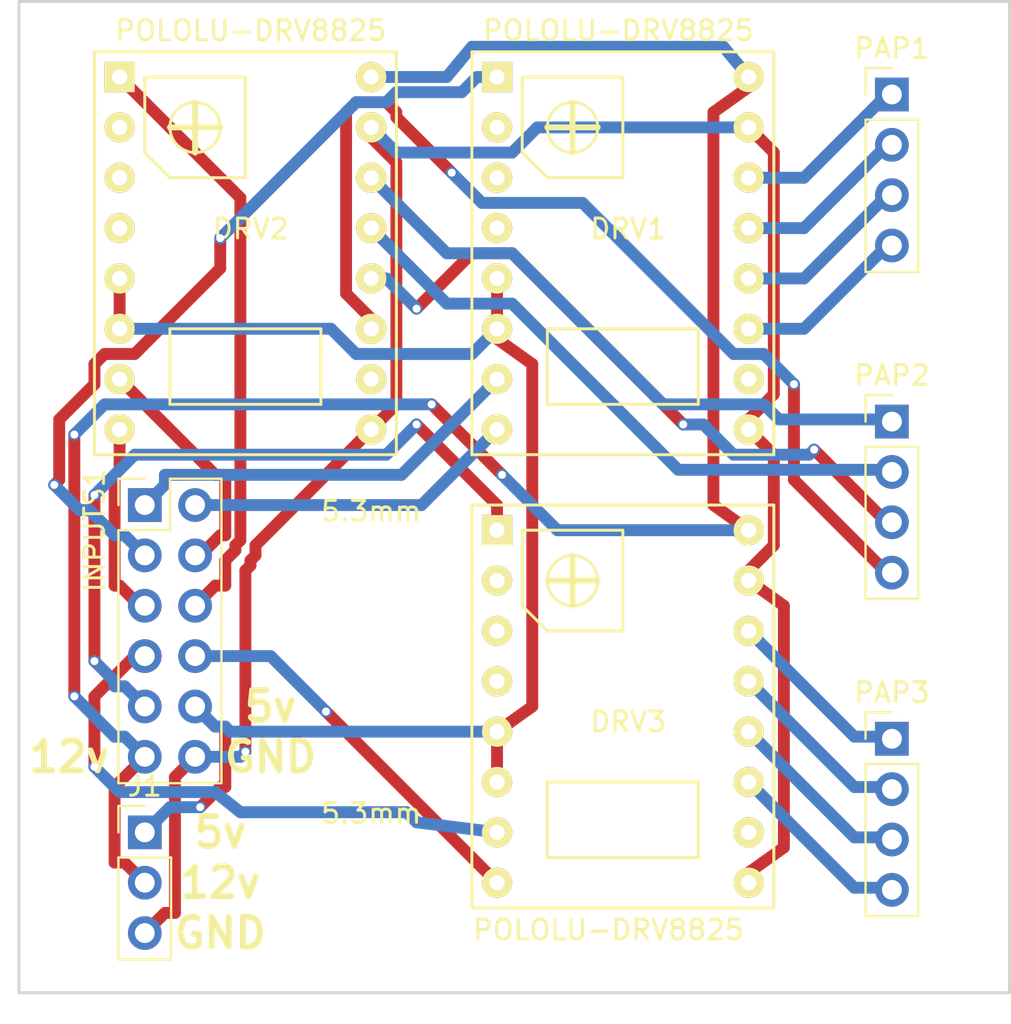
<source format=kicad_pcb>
(kicad_pcb (version 4) (host pcbnew 4.0.7)

  (general
    (links 39)
    (no_connects 0)
    (area 108.204 83.566 159.512 135.636)
    (thickness 1.6)
    (drawings 10)
    (tracks 227)
    (zones 0)
    (modules 10)
    (nets 37)
  )

  (page A4)
  (layers
    (0 F.Cu signal)
    (31 B.Cu signal)
    (32 B.Adhes user)
    (33 F.Adhes user)
    (34 B.Paste user)
    (35 F.Paste user)
    (36 B.SilkS user)
    (37 F.SilkS user)
    (38 B.Mask user)
    (39 F.Mask user)
    (40 Dwgs.User user)
    (41 Cmts.User user)
    (42 Eco1.User user)
    (43 Eco2.User user)
    (44 Edge.Cuts user)
    (45 Margin user)
    (46 B.CrtYd user)
    (47 F.CrtYd user)
    (48 B.Fab user)
    (49 F.Fab user)
  )

  (setup
    (last_trace_width 0.6)
    (trace_clearance 0.15)
    (zone_clearance 0.508)
    (zone_45_only no)
    (trace_min 0.2)
    (segment_width 0.2)
    (edge_width 0.15)
    (via_size 0.6)
    (via_drill 0.4)
    (via_min_size 0.4)
    (via_min_drill 0.3)
    (uvia_size 0.3)
    (uvia_drill 0.1)
    (uvias_allowed no)
    (uvia_min_size 0.2)
    (uvia_min_drill 0.1)
    (pcb_text_width 0.3)
    (pcb_text_size 1.5 1.5)
    (mod_edge_width 0.15)
    (mod_text_size 1 1)
    (mod_text_width 0.15)
    (pad_size 1.524 1.524)
    (pad_drill 0.762)
    (pad_to_mask_clearance 0.2)
    (aux_axis_origin 109.22 83.82)
    (grid_origin 17.78 16.51)
    (visible_elements 7FFFFFFF)
    (pcbplotparams
      (layerselection 0x01030_80000001)
      (usegerberextensions false)
      (excludeedgelayer true)
      (linewidth 0.100000)
      (plotframeref false)
      (viasonmask false)
      (mode 1)
      (useauxorigin false)
      (hpglpennumber 1)
      (hpglpenspeed 20)
      (hpglpendiameter 15)
      (hpglpenoverlay 2)
      (psnegative false)
      (psa4output false)
      (plotreference true)
      (plotvalue true)
      (plotinvisibletext false)
      (padsonsilk true)
      (subtractmaskfromsilk false)
      (outputformat 1)
      (mirror false)
      (drillshape 0)
      (scaleselection 1)
      (outputdirectory Gerber/))
  )

  (net 0 "")
  (net 1 "Net-(DRV1-Pad1)")
  (net 2 "Net-(DRV1-Pad2)")
  (net 3 "Net-(DRV1-Pad3)")
  (net 4 "Net-(DRV1-Pad4)")
  (net 5 "Net-(DRV1-Pad7)")
  (net 6 "Net-(DRV1-Pad8)")
  (net 7 "Net-(DRV1-Pad10)")
  (net 8 "Net-(DRV1-Pad11)")
  (net 9 "Net-(DRV1-Pad12)")
  (net 10 "Net-(DRV1-Pad13)")
  (net 11 "Net-(DRV1-Pad14)")
  (net 12 "Net-(DRV2-Pad1)")
  (net 13 "Net-(DRV2-Pad2)")
  (net 14 "Net-(DRV2-Pad3)")
  (net 15 "Net-(DRV2-Pad4)")
  (net 16 "Net-(DRV2-Pad7)")
  (net 17 "Net-(DRV2-Pad8)")
  (net 18 "Net-(DRV2-Pad10)")
  (net 19 "Net-(DRV2-Pad11)")
  (net 20 "Net-(DRV2-Pad12)")
  (net 21 "Net-(DRV2-Pad13)")
  (net 22 "Net-(DRV2-Pad14)")
  (net 23 "Net-(DRV3-Pad1)")
  (net 24 "Net-(DRV3-Pad2)")
  (net 25 "Net-(DRV3-Pad3)")
  (net 26 "Net-(DRV3-Pad4)")
  (net 27 "Net-(DRV3-Pad7)")
  (net 28 "Net-(DRV3-Pad8)")
  (net 29 "Net-(DRV3-Pad10)")
  (net 30 "Net-(DRV3-Pad11)")
  (net 31 "Net-(DRV3-Pad12)")
  (net 32 "Net-(DRV3-Pad13)")
  (net 33 "Net-(DRV3-Pad14)")
  (net 34 +5V)
  (net 35 GND)
  (net 36 +12V)

  (net_class Default "Esta es la clase de red por defecto."
    (clearance 0.15)
    (trace_width 0.6)
    (via_dia 0.6)
    (via_drill 0.4)
    (uvia_dia 0.3)
    (uvia_drill 0.1)
    (add_net +12V)
    (add_net +5V)
    (add_net GND)
    (add_net "Net-(DRV1-Pad1)")
    (add_net "Net-(DRV1-Pad10)")
    (add_net "Net-(DRV1-Pad11)")
    (add_net "Net-(DRV1-Pad12)")
    (add_net "Net-(DRV1-Pad13)")
    (add_net "Net-(DRV1-Pad14)")
    (add_net "Net-(DRV1-Pad2)")
    (add_net "Net-(DRV1-Pad3)")
    (add_net "Net-(DRV1-Pad4)")
    (add_net "Net-(DRV1-Pad7)")
    (add_net "Net-(DRV1-Pad8)")
    (add_net "Net-(DRV2-Pad1)")
    (add_net "Net-(DRV2-Pad10)")
    (add_net "Net-(DRV2-Pad11)")
    (add_net "Net-(DRV2-Pad12)")
    (add_net "Net-(DRV2-Pad13)")
    (add_net "Net-(DRV2-Pad14)")
    (add_net "Net-(DRV2-Pad2)")
    (add_net "Net-(DRV2-Pad3)")
    (add_net "Net-(DRV2-Pad4)")
    (add_net "Net-(DRV2-Pad7)")
    (add_net "Net-(DRV2-Pad8)")
    (add_net "Net-(DRV3-Pad1)")
    (add_net "Net-(DRV3-Pad10)")
    (add_net "Net-(DRV3-Pad11)")
    (add_net "Net-(DRV3-Pad12)")
    (add_net "Net-(DRV3-Pad13)")
    (add_net "Net-(DRV3-Pad14)")
    (add_net "Net-(DRV3-Pad2)")
    (add_net "Net-(DRV3-Pad3)")
    (add_net "Net-(DRV3-Pad4)")
    (add_net "Net-(DRV3-Pad7)")
    (add_net "Net-(DRV3-Pad8)")
  )

  (module POLOLU-DRV8825:POLOLU-DRV8825 (layer F.Cu) (tedit 5BAD7328) (tstamp 5BAD3AD6)
    (at 140.97 97.79)
    (path /5BAEBAC1)
    (fp_text reference DRV1 (at -1 -2.5) (layer F.SilkS)
      (effects (font (size 1 1) (thickness 0.15)))
    )
    (fp_text value POLOLU-DRV8825 (at -1.5 -12.5) (layer F.SilkS)
      (effects (font (size 1 1) (thickness 0.15)))
    )
    (fp_circle (center -3.81 -7.62) (end -2.54 -7.62) (layer F.SilkS) (width 0.15))
    (fp_line (start -6.35 -10.16) (end -1.27 -10.16) (layer F.SilkS) (width 0.15))
    (fp_line (start -1.27 -10.16) (end -1.27 -5.08) (layer F.SilkS) (width 0.15))
    (fp_line (start -1.27 -5.08) (end -5.08 -5.08) (layer F.SilkS) (width 0.15))
    (fp_line (start -5.08 -5.08) (end -6.35 -6.35) (layer F.SilkS) (width 0.15))
    (fp_line (start -6.35 -6.35) (end -6.35 -10.16) (layer F.SilkS) (width 0.15))
    (fp_line (start -5.08 -7.62) (end -2.54 -7.62) (layer F.SilkS) (width 0.3))
    (fp_line (start -3.81 -8.89) (end -3.81 -6.35) (layer F.SilkS) (width 0.3))
    (fp_line (start -5.08 2.54) (end 2.54 2.54) (layer F.SilkS) (width 0.15))
    (fp_line (start 2.54 2.54) (end 2.54 6.35) (layer F.SilkS) (width 0.15))
    (fp_line (start 2.54 6.35) (end -5.08 6.35) (layer F.SilkS) (width 0.15))
    (fp_line (start -5.08 6.35) (end -5.08 2.54) (layer F.SilkS) (width 0.15))
    (fp_line (start -8.89 -11.43) (end 6.35 -11.43) (layer F.SilkS) (width 0.15))
    (fp_line (start 6.35 -11.43) (end 6.35 8.89) (layer F.SilkS) (width 0.15))
    (fp_line (start 6.35 8.89) (end -8.89 8.89) (layer F.SilkS) (width 0.15))
    (fp_line (start -8.89 8.89) (end -8.89 -11.43) (layer F.SilkS) (width 0.15))
    (pad 1 thru_hole rect (at -7.62 -10.16) (size 1.524 1.524) (drill 0.762) (layers *.Cu *.Mask F.SilkS)
      (net 1 "Net-(DRV1-Pad1)"))
    (pad 2 thru_hole circle (at -7.62 -7.62) (size 1.524 1.524) (drill 0.762) (layers *.Cu *.Mask F.SilkS)
      (net 2 "Net-(DRV1-Pad2)"))
    (pad 3 thru_hole circle (at -7.62 -5.08) (size 1.524 1.524) (drill 0.762) (layers *.Cu *.Mask F.SilkS)
      (net 3 "Net-(DRV1-Pad3)"))
    (pad 4 thru_hole circle (at -7.62 -2.54) (size 1.524 1.524) (drill 0.762) (layers *.Cu *.Mask F.SilkS)
      (net 4 "Net-(DRV1-Pad4)"))
    (pad 5 thru_hole circle (at -7.62 0) (size 1.524 1.524) (drill 0.762) (layers *.Cu *.Mask F.SilkS)
      (net 34 +5V))
    (pad 6 thru_hole circle (at -7.62 2.54) (size 1.524 1.524) (drill 0.762) (layers *.Cu *.Mask F.SilkS)
      (net 34 +5V))
    (pad 7 thru_hole circle (at -7.62 5.08) (size 1.524 1.524) (drill 0.762) (layers *.Cu *.Mask F.SilkS)
      (net 5 "Net-(DRV1-Pad7)"))
    (pad 8 thru_hole circle (at -7.62 7.62) (size 1.524 1.524) (drill 0.762) (layers *.Cu *.Mask F.SilkS)
      (net 6 "Net-(DRV1-Pad8)"))
    (pad 9 thru_hole circle (at 5.08 7.62) (size 1.524 1.524) (drill 0.762) (layers *.Cu *.Mask F.SilkS)
      (net 35 GND))
    (pad 10 thru_hole circle (at 5.08 5.08) (size 1.524 1.524) (drill 0.762) (layers *.Cu *.Mask F.SilkS)
      (net 7 "Net-(DRV1-Pad10)"))
    (pad 11 thru_hole circle (at 5.08 2.54) (size 1.524 1.524) (drill 0.762) (layers *.Cu *.Mask F.SilkS)
      (net 8 "Net-(DRV1-Pad11)"))
    (pad 12 thru_hole circle (at 5.08 0) (size 1.524 1.524) (drill 0.762) (layers *.Cu *.Mask F.SilkS)
      (net 9 "Net-(DRV1-Pad12)"))
    (pad 13 thru_hole circle (at 5.08 -2.54) (size 1.524 1.524) (drill 0.762) (layers *.Cu *.Mask F.SilkS)
      (net 10 "Net-(DRV1-Pad13)"))
    (pad 14 thru_hole circle (at 5.08 -5.08) (size 1.524 1.524) (drill 0.762) (layers *.Cu *.Mask F.SilkS)
      (net 11 "Net-(DRV1-Pad14)"))
    (pad 15 thru_hole circle (at 5.08 -7.62) (size 1.524 1.524) (drill 0.762) (layers *.Cu *.Mask F.SilkS)
      (net 35 GND))
    (pad 16 thru_hole circle (at 5.08 -10.16) (size 1.524 1.524) (drill 0.762) (layers *.Cu *.Mask F.SilkS)
      (net 36 +12V))
  )

  (module POLOLU-DRV8825:POLOLU-DRV8825 (layer F.Cu) (tedit 5BAD7348) (tstamp 5BAD3B20)
    (at 121.92 97.79)
    (path /5BAEBECD)
    (fp_text reference DRV2 (at -1 -2.5) (layer F.SilkS)
      (effects (font (size 1 1) (thickness 0.15)))
    )
    (fp_text value POLOLU-DRV8825 (at -1 -12.5) (layer F.SilkS)
      (effects (font (size 1 1) (thickness 0.15)))
    )
    (fp_circle (center -3.81 -7.62) (end -2.54 -7.62) (layer F.SilkS) (width 0.15))
    (fp_line (start -6.35 -10.16) (end -1.27 -10.16) (layer F.SilkS) (width 0.15))
    (fp_line (start -1.27 -10.16) (end -1.27 -5.08) (layer F.SilkS) (width 0.15))
    (fp_line (start -1.27 -5.08) (end -5.08 -5.08) (layer F.SilkS) (width 0.15))
    (fp_line (start -5.08 -5.08) (end -6.35 -6.35) (layer F.SilkS) (width 0.15))
    (fp_line (start -6.35 -6.35) (end -6.35 -10.16) (layer F.SilkS) (width 0.15))
    (fp_line (start -5.08 -7.62) (end -2.54 -7.62) (layer F.SilkS) (width 0.3))
    (fp_line (start -3.81 -8.89) (end -3.81 -6.35) (layer F.SilkS) (width 0.3))
    (fp_line (start -5.08 2.54) (end 2.54 2.54) (layer F.SilkS) (width 0.15))
    (fp_line (start 2.54 2.54) (end 2.54 6.35) (layer F.SilkS) (width 0.15))
    (fp_line (start 2.54 6.35) (end -5.08 6.35) (layer F.SilkS) (width 0.15))
    (fp_line (start -5.08 6.35) (end -5.08 2.54) (layer F.SilkS) (width 0.15))
    (fp_line (start -8.89 -11.43) (end 6.35 -11.43) (layer F.SilkS) (width 0.15))
    (fp_line (start 6.35 -11.43) (end 6.35 8.89) (layer F.SilkS) (width 0.15))
    (fp_line (start 6.35 8.89) (end -8.89 8.89) (layer F.SilkS) (width 0.15))
    (fp_line (start -8.89 8.89) (end -8.89 -11.43) (layer F.SilkS) (width 0.15))
    (pad 1 thru_hole rect (at -7.62 -10.16) (size 1.524 1.524) (drill 0.762) (layers *.Cu *.Mask F.SilkS)
      (net 12 "Net-(DRV2-Pad1)"))
    (pad 2 thru_hole circle (at -7.62 -7.62) (size 1.524 1.524) (drill 0.762) (layers *.Cu *.Mask F.SilkS)
      (net 13 "Net-(DRV2-Pad2)"))
    (pad 3 thru_hole circle (at -7.62 -5.08) (size 1.524 1.524) (drill 0.762) (layers *.Cu *.Mask F.SilkS)
      (net 14 "Net-(DRV2-Pad3)"))
    (pad 4 thru_hole circle (at -7.62 -2.54) (size 1.524 1.524) (drill 0.762) (layers *.Cu *.Mask F.SilkS)
      (net 15 "Net-(DRV2-Pad4)"))
    (pad 5 thru_hole circle (at -7.62 0) (size 1.524 1.524) (drill 0.762) (layers *.Cu *.Mask F.SilkS)
      (net 34 +5V))
    (pad 6 thru_hole circle (at -7.62 2.54) (size 1.524 1.524) (drill 0.762) (layers *.Cu *.Mask F.SilkS)
      (net 34 +5V))
    (pad 7 thru_hole circle (at -7.62 5.08) (size 1.524 1.524) (drill 0.762) (layers *.Cu *.Mask F.SilkS)
      (net 16 "Net-(DRV2-Pad7)"))
    (pad 8 thru_hole circle (at -7.62 7.62) (size 1.524 1.524) (drill 0.762) (layers *.Cu *.Mask F.SilkS)
      (net 17 "Net-(DRV2-Pad8)"))
    (pad 9 thru_hole circle (at 5.08 7.62) (size 1.524 1.524) (drill 0.762) (layers *.Cu *.Mask F.SilkS)
      (net 35 GND))
    (pad 10 thru_hole circle (at 5.08 5.08) (size 1.524 1.524) (drill 0.762) (layers *.Cu *.Mask F.SilkS)
      (net 18 "Net-(DRV2-Pad10)"))
    (pad 11 thru_hole circle (at 5.08 2.54) (size 1.524 1.524) (drill 0.762) (layers *.Cu *.Mask F.SilkS)
      (net 19 "Net-(DRV2-Pad11)"))
    (pad 12 thru_hole circle (at 5.08 0) (size 1.524 1.524) (drill 0.762) (layers *.Cu *.Mask F.SilkS)
      (net 20 "Net-(DRV2-Pad12)"))
    (pad 13 thru_hole circle (at 5.08 -2.54) (size 1.524 1.524) (drill 0.762) (layers *.Cu *.Mask F.SilkS)
      (net 21 "Net-(DRV2-Pad13)"))
    (pad 14 thru_hole circle (at 5.08 -5.08) (size 1.524 1.524) (drill 0.762) (layers *.Cu *.Mask F.SilkS)
      (net 22 "Net-(DRV2-Pad14)"))
    (pad 15 thru_hole circle (at 5.08 -7.62) (size 1.524 1.524) (drill 0.762) (layers *.Cu *.Mask F.SilkS)
      (net 35 GND))
    (pad 16 thru_hole circle (at 5.08 -10.16) (size 1.524 1.524) (drill 0.762) (layers *.Cu *.Mask F.SilkS)
      (net 36 +12V))
  )

  (module POLOLU-DRV8825:POLOLU-DRV8825 (layer F.Cu) (tedit 5BAE3303) (tstamp 5BAD702D)
    (at 140.97 120.65)
    (path /5BAEBF75)
    (fp_text reference DRV3 (at -1 -0.5) (layer F.SilkS)
      (effects (font (size 1 1) (thickness 0.15)))
    )
    (fp_text value POLOLU-DRV8825 (at -2 10) (layer F.SilkS)
      (effects (font (size 1 1) (thickness 0.15)))
    )
    (fp_circle (center -3.81 -7.62) (end -2.54 -7.62) (layer F.SilkS) (width 0.15))
    (fp_line (start -6.35 -10.16) (end -1.27 -10.16) (layer F.SilkS) (width 0.15))
    (fp_line (start -1.27 -10.16) (end -1.27 -5.08) (layer F.SilkS) (width 0.15))
    (fp_line (start -1.27 -5.08) (end -5.08 -5.08) (layer F.SilkS) (width 0.15))
    (fp_line (start -5.08 -5.08) (end -6.35 -6.35) (layer F.SilkS) (width 0.15))
    (fp_line (start -6.35 -6.35) (end -6.35 -10.16) (layer F.SilkS) (width 0.15))
    (fp_line (start -5.08 -7.62) (end -2.54 -7.62) (layer F.SilkS) (width 0.3))
    (fp_line (start -3.81 -8.89) (end -3.81 -6.35) (layer F.SilkS) (width 0.3))
    (fp_line (start -5.08 2.54) (end 2.54 2.54) (layer F.SilkS) (width 0.15))
    (fp_line (start 2.54 2.54) (end 2.54 6.35) (layer F.SilkS) (width 0.15))
    (fp_line (start 2.54 6.35) (end -5.08 6.35) (layer F.SilkS) (width 0.15))
    (fp_line (start -5.08 6.35) (end -5.08 2.54) (layer F.SilkS) (width 0.15))
    (fp_line (start -8.89 -11.43) (end 6.35 -11.43) (layer F.SilkS) (width 0.15))
    (fp_line (start 6.35 -11.43) (end 6.35 8.89) (layer F.SilkS) (width 0.15))
    (fp_line (start 6.35 8.89) (end -8.89 8.89) (layer F.SilkS) (width 0.15))
    (fp_line (start -8.89 8.89) (end -8.89 -11.43) (layer F.SilkS) (width 0.15))
    (pad 1 thru_hole rect (at -7.62 -10.16) (size 1.524 1.524) (drill 0.762) (layers *.Cu *.Mask F.SilkS)
      (net 23 "Net-(DRV3-Pad1)"))
    (pad 2 thru_hole circle (at -7.62 -7.62) (size 1.524 1.524) (drill 0.762) (layers *.Cu *.Mask F.SilkS)
      (net 24 "Net-(DRV3-Pad2)"))
    (pad 3 thru_hole circle (at -7.62 -5.08) (size 1.524 1.524) (drill 0.762) (layers *.Cu *.Mask F.SilkS)
      (net 25 "Net-(DRV3-Pad3)"))
    (pad 4 thru_hole circle (at -7.62 -2.54) (size 1.524 1.524) (drill 0.762) (layers *.Cu *.Mask F.SilkS)
      (net 26 "Net-(DRV3-Pad4)"))
    (pad 5 thru_hole circle (at -7.62 0) (size 1.524 1.524) (drill 0.762) (layers *.Cu *.Mask F.SilkS)
      (net 34 +5V))
    (pad 6 thru_hole circle (at -7.62 2.54) (size 1.524 1.524) (drill 0.762) (layers *.Cu *.Mask F.SilkS)
      (net 34 +5V))
    (pad 7 thru_hole circle (at -7.62 5.08) (size 1.524 1.524) (drill 0.762) (layers *.Cu *.Mask F.SilkS)
      (net 27 "Net-(DRV3-Pad7)"))
    (pad 8 thru_hole circle (at -7.62 7.62) (size 1.524 1.524) (drill 0.762) (layers *.Cu *.Mask F.SilkS)
      (net 28 "Net-(DRV3-Pad8)"))
    (pad 9 thru_hole circle (at 5.08 7.62) (size 1.524 1.524) (drill 0.762) (layers *.Cu *.Mask F.SilkS)
      (net 35 GND))
    (pad 10 thru_hole circle (at 5.08 5.08) (size 1.524 1.524) (drill 0.762) (layers *.Cu *.Mask F.SilkS)
      (net 29 "Net-(DRV3-Pad10)"))
    (pad 11 thru_hole circle (at 5.08 2.54) (size 1.524 1.524) (drill 0.762) (layers *.Cu *.Mask F.SilkS)
      (net 30 "Net-(DRV3-Pad11)"))
    (pad 12 thru_hole circle (at 5.08 0) (size 1.524 1.524) (drill 0.762) (layers *.Cu *.Mask F.SilkS)
      (net 31 "Net-(DRV3-Pad12)"))
    (pad 13 thru_hole circle (at 5.08 -2.54) (size 1.524 1.524) (drill 0.762) (layers *.Cu *.Mask F.SilkS)
      (net 32 "Net-(DRV3-Pad13)"))
    (pad 14 thru_hole circle (at 5.08 -5.08) (size 1.524 1.524) (drill 0.762) (layers *.Cu *.Mask F.SilkS)
      (net 33 "Net-(DRV3-Pad14)"))
    (pad 15 thru_hole circle (at 5.08 -7.62) (size 1.524 1.524) (drill 0.762) (layers *.Cu *.Mask F.SilkS)
      (net 35 GND))
    (pad 16 thru_hole circle (at 5.08 -10.16) (size 1.524 1.524) (drill 0.762) (layers *.Cu *.Mask F.SilkS)
      (net 36 +12V))
  )

  (module Pin_Headers:Pin_Header_Straight_2x06_Pitch2.54mm (layer F.Cu) (tedit 5BB4D8A5) (tstamp 5BAE2A58)
    (at 115.57 109.22)
    (descr "Through hole straight pin header, 2x06, 2.54mm pitch, double rows")
    (tags "Through hole pin header THT 2x06 2.54mm double row")
    (path /5BAECAD7)
    (fp_text reference INPUTS1 (at -2.54 1.27 90) (layer F.SilkS)
      (effects (font (size 1 1) (thickness 0.15)))
    )
    (fp_text value Conn_02x06_Odd_Even (at 1.27 15.03) (layer F.Fab)
      (effects (font (size 1 1) (thickness 0.15)))
    )
    (fp_line (start 0 -1.27) (end 3.81 -1.27) (layer F.Fab) (width 0.1))
    (fp_line (start 3.81 -1.27) (end 3.81 13.97) (layer F.Fab) (width 0.1))
    (fp_line (start 3.81 13.97) (end -1.27 13.97) (layer F.Fab) (width 0.1))
    (fp_line (start -1.27 13.97) (end -1.27 0) (layer F.Fab) (width 0.1))
    (fp_line (start -1.27 0) (end 0 -1.27) (layer F.Fab) (width 0.1))
    (fp_line (start -1.33 14.03) (end 3.87 14.03) (layer F.SilkS) (width 0.12))
    (fp_line (start -1.33 1.27) (end -1.33 14.03) (layer F.SilkS) (width 0.12))
    (fp_line (start 3.87 -1.33) (end 3.87 14.03) (layer F.SilkS) (width 0.12))
    (fp_line (start -1.33 1.27) (end 1.27 1.27) (layer F.SilkS) (width 0.12))
    (fp_line (start 1.27 1.27) (end 1.27 -1.33) (layer F.SilkS) (width 0.12))
    (fp_line (start 1.27 -1.33) (end 3.87 -1.33) (layer F.SilkS) (width 0.12))
    (fp_line (start -1.33 0) (end -1.33 -1.33) (layer F.SilkS) (width 0.12))
    (fp_line (start -1.33 -1.33) (end 0 -1.33) (layer F.SilkS) (width 0.12))
    (fp_line (start -1.8 -1.8) (end -1.8 14.5) (layer F.CrtYd) (width 0.05))
    (fp_line (start -1.8 14.5) (end 4.35 14.5) (layer F.CrtYd) (width 0.05))
    (fp_line (start 4.35 14.5) (end 4.35 -1.8) (layer F.CrtYd) (width 0.05))
    (fp_line (start 4.35 -1.8) (end -1.8 -1.8) (layer F.CrtYd) (width 0.05))
    (fp_text user %R (at 1.27 6.35 90) (layer F.Fab)
      (effects (font (size 1 1) (thickness 0.15)))
    )
    (pad 1 thru_hole rect (at 0 0) (size 1.7 1.7) (drill 1) (layers *.Cu *.Mask)
      (net 5 "Net-(DRV1-Pad7)"))
    (pad 2 thru_hole oval (at 2.54 0) (size 1.7 1.7) (drill 1) (layers *.Cu *.Mask)
      (net 6 "Net-(DRV1-Pad8)"))
    (pad 3 thru_hole oval (at 0 2.54) (size 1.7 1.7) (drill 1) (layers *.Cu *.Mask)
      (net 1 "Net-(DRV1-Pad1)"))
    (pad 4 thru_hole oval (at 2.54 2.54) (size 1.7 1.7) (drill 1) (layers *.Cu *.Mask)
      (net 16 "Net-(DRV2-Pad7)"))
    (pad 5 thru_hole oval (at 0 5.08) (size 1.7 1.7) (drill 1) (layers *.Cu *.Mask)
      (net 17 "Net-(DRV2-Pad8)"))
    (pad 6 thru_hole oval (at 2.54 5.08) (size 1.7 1.7) (drill 1) (layers *.Cu *.Mask)
      (net 12 "Net-(DRV2-Pad1)"))
    (pad 7 thru_hole oval (at 0 7.62) (size 1.7 1.7) (drill 1) (layers *.Cu *.Mask)
      (net 27 "Net-(DRV3-Pad7)"))
    (pad 8 thru_hole oval (at 2.54 7.62) (size 1.7 1.7) (drill 1) (layers *.Cu *.Mask)
      (net 28 "Net-(DRV3-Pad8)"))
    (pad 9 thru_hole oval (at 0 10.16) (size 1.7 1.7) (drill 1) (layers *.Cu *.Mask)
      (net 23 "Net-(DRV3-Pad1)"))
    (pad 10 thru_hole oval (at 2.54 10.16) (size 1.7 1.7) (drill 1) (layers *.Cu *.Mask)
      (net 34 +5V))
    (pad 11 thru_hole oval (at 0 12.7) (size 1.7 1.7) (drill 1) (layers *.Cu *.Mask)
      (net 36 +12V))
    (pad 12 thru_hole oval (at 2.54 12.7) (size 1.7 1.7) (drill 1) (layers *.Cu *.Mask)
      (net 35 GND))
    (model ${KISYS3DMOD}/Pin_Headers.3dshapes/Pin_Header_Straight_2x06_Pitch2.54mm.wrl
      (at (xyz 0 0 0))
      (scale (xyz 1 1 1))
      (rotate (xyz 0 0 0))
    )
  )

  (module Pin_Headers:Pin_Header_Straight_1x04_Pitch2.54mm (layer F.Cu) (tedit 59650532) (tstamp 5BAE2D76)
    (at 153.28 88.51)
    (descr "Through hole straight pin header, 1x04, 2.54mm pitch, single row")
    (tags "Through hole pin header THT 1x04 2.54mm single row")
    (path /5BAEC38B)
    (fp_text reference PAP1 (at 0 -2.33) (layer F.SilkS)
      (effects (font (size 1 1) (thickness 0.15)))
    )
    (fp_text value Conn_01x04 (at 0 9.95) (layer F.Fab)
      (effects (font (size 1 1) (thickness 0.15)))
    )
    (fp_line (start -0.635 -1.27) (end 1.27 -1.27) (layer F.Fab) (width 0.1))
    (fp_line (start 1.27 -1.27) (end 1.27 8.89) (layer F.Fab) (width 0.1))
    (fp_line (start 1.27 8.89) (end -1.27 8.89) (layer F.Fab) (width 0.1))
    (fp_line (start -1.27 8.89) (end -1.27 -0.635) (layer F.Fab) (width 0.1))
    (fp_line (start -1.27 -0.635) (end -0.635 -1.27) (layer F.Fab) (width 0.1))
    (fp_line (start -1.33 8.95) (end 1.33 8.95) (layer F.SilkS) (width 0.12))
    (fp_line (start -1.33 1.27) (end -1.33 8.95) (layer F.SilkS) (width 0.12))
    (fp_line (start 1.33 1.27) (end 1.33 8.95) (layer F.SilkS) (width 0.12))
    (fp_line (start -1.33 1.27) (end 1.33 1.27) (layer F.SilkS) (width 0.12))
    (fp_line (start -1.33 0) (end -1.33 -1.33) (layer F.SilkS) (width 0.12))
    (fp_line (start -1.33 -1.33) (end 0 -1.33) (layer F.SilkS) (width 0.12))
    (fp_line (start -1.8 -1.8) (end -1.8 9.4) (layer F.CrtYd) (width 0.05))
    (fp_line (start -1.8 9.4) (end 1.8 9.4) (layer F.CrtYd) (width 0.05))
    (fp_line (start 1.8 9.4) (end 1.8 -1.8) (layer F.CrtYd) (width 0.05))
    (fp_line (start 1.8 -1.8) (end -1.8 -1.8) (layer F.CrtYd) (width 0.05))
    (fp_text user %R (at 0 3.81 90) (layer F.Fab)
      (effects (font (size 1 1) (thickness 0.15)))
    )
    (pad 1 thru_hole rect (at 0 0) (size 1.7 1.7) (drill 1) (layers *.Cu *.Mask)
      (net 11 "Net-(DRV1-Pad14)"))
    (pad 2 thru_hole oval (at 0 2.54) (size 1.7 1.7) (drill 1) (layers *.Cu *.Mask)
      (net 10 "Net-(DRV1-Pad13)"))
    (pad 3 thru_hole oval (at 0 5.08) (size 1.7 1.7) (drill 1) (layers *.Cu *.Mask)
      (net 9 "Net-(DRV1-Pad12)"))
    (pad 4 thru_hole oval (at 0 7.62) (size 1.7 1.7) (drill 1) (layers *.Cu *.Mask)
      (net 8 "Net-(DRV1-Pad11)"))
    (model ${KISYS3DMOD}/Pin_Headers.3dshapes/Pin_Header_Straight_1x04_Pitch2.54mm.wrl
      (at (xyz 0 0 0))
      (scale (xyz 1 1 1))
      (rotate (xyz 0 0 0))
    )
  )

  (module Pin_Headers:Pin_Header_Straight_1x04_Pitch2.54mm (layer F.Cu) (tedit 59650532) (tstamp 5BAE2D7E)
    (at 153.28 105.01)
    (descr "Through hole straight pin header, 1x04, 2.54mm pitch, single row")
    (tags "Through hole pin header THT 1x04 2.54mm single row")
    (path /5BAEC408)
    (fp_text reference PAP2 (at 0 -2.33) (layer F.SilkS)
      (effects (font (size 1 1) (thickness 0.15)))
    )
    (fp_text value Conn_01x04 (at 0 9.95) (layer F.Fab)
      (effects (font (size 1 1) (thickness 0.15)))
    )
    (fp_line (start -0.635 -1.27) (end 1.27 -1.27) (layer F.Fab) (width 0.1))
    (fp_line (start 1.27 -1.27) (end 1.27 8.89) (layer F.Fab) (width 0.1))
    (fp_line (start 1.27 8.89) (end -1.27 8.89) (layer F.Fab) (width 0.1))
    (fp_line (start -1.27 8.89) (end -1.27 -0.635) (layer F.Fab) (width 0.1))
    (fp_line (start -1.27 -0.635) (end -0.635 -1.27) (layer F.Fab) (width 0.1))
    (fp_line (start -1.33 8.95) (end 1.33 8.95) (layer F.SilkS) (width 0.12))
    (fp_line (start -1.33 1.27) (end -1.33 8.95) (layer F.SilkS) (width 0.12))
    (fp_line (start 1.33 1.27) (end 1.33 8.95) (layer F.SilkS) (width 0.12))
    (fp_line (start -1.33 1.27) (end 1.33 1.27) (layer F.SilkS) (width 0.12))
    (fp_line (start -1.33 0) (end -1.33 -1.33) (layer F.SilkS) (width 0.12))
    (fp_line (start -1.33 -1.33) (end 0 -1.33) (layer F.SilkS) (width 0.12))
    (fp_line (start -1.8 -1.8) (end -1.8 9.4) (layer F.CrtYd) (width 0.05))
    (fp_line (start -1.8 9.4) (end 1.8 9.4) (layer F.CrtYd) (width 0.05))
    (fp_line (start 1.8 9.4) (end 1.8 -1.8) (layer F.CrtYd) (width 0.05))
    (fp_line (start 1.8 -1.8) (end -1.8 -1.8) (layer F.CrtYd) (width 0.05))
    (fp_text user %R (at 0 3.81 90) (layer F.Fab)
      (effects (font (size 1 1) (thickness 0.15)))
    )
    (pad 1 thru_hole rect (at 0 0) (size 1.7 1.7) (drill 1) (layers *.Cu *.Mask)
      (net 22 "Net-(DRV2-Pad14)"))
    (pad 2 thru_hole oval (at 0 2.54) (size 1.7 1.7) (drill 1) (layers *.Cu *.Mask)
      (net 21 "Net-(DRV2-Pad13)"))
    (pad 3 thru_hole oval (at 0 5.08) (size 1.7 1.7) (drill 1) (layers *.Cu *.Mask)
      (net 20 "Net-(DRV2-Pad12)"))
    (pad 4 thru_hole oval (at 0 7.62) (size 1.7 1.7) (drill 1) (layers *.Cu *.Mask)
      (net 19 "Net-(DRV2-Pad11)"))
    (model ${KISYS3DMOD}/Pin_Headers.3dshapes/Pin_Header_Straight_1x04_Pitch2.54mm.wrl
      (at (xyz 0 0 0))
      (scale (xyz 1 1 1))
      (rotate (xyz 0 0 0))
    )
  )

  (module Pin_Headers:Pin_Header_Straight_1x04_Pitch2.54mm (layer F.Cu) (tedit 59650532) (tstamp 5BAE2D86)
    (at 153.28 121.01)
    (descr "Through hole straight pin header, 1x04, 2.54mm pitch, single row")
    (tags "Through hole pin header THT 1x04 2.54mm single row")
    (path /5BAEC46F)
    (fp_text reference PAP3 (at 0 -2.33) (layer F.SilkS)
      (effects (font (size 1 1) (thickness 0.15)))
    )
    (fp_text value Conn_01x04 (at 0 9.95) (layer F.Fab)
      (effects (font (size 1 1) (thickness 0.15)))
    )
    (fp_line (start -0.635 -1.27) (end 1.27 -1.27) (layer F.Fab) (width 0.1))
    (fp_line (start 1.27 -1.27) (end 1.27 8.89) (layer F.Fab) (width 0.1))
    (fp_line (start 1.27 8.89) (end -1.27 8.89) (layer F.Fab) (width 0.1))
    (fp_line (start -1.27 8.89) (end -1.27 -0.635) (layer F.Fab) (width 0.1))
    (fp_line (start -1.27 -0.635) (end -0.635 -1.27) (layer F.Fab) (width 0.1))
    (fp_line (start -1.33 8.95) (end 1.33 8.95) (layer F.SilkS) (width 0.12))
    (fp_line (start -1.33 1.27) (end -1.33 8.95) (layer F.SilkS) (width 0.12))
    (fp_line (start 1.33 1.27) (end 1.33 8.95) (layer F.SilkS) (width 0.12))
    (fp_line (start -1.33 1.27) (end 1.33 1.27) (layer F.SilkS) (width 0.12))
    (fp_line (start -1.33 0) (end -1.33 -1.33) (layer F.SilkS) (width 0.12))
    (fp_line (start -1.33 -1.33) (end 0 -1.33) (layer F.SilkS) (width 0.12))
    (fp_line (start -1.8 -1.8) (end -1.8 9.4) (layer F.CrtYd) (width 0.05))
    (fp_line (start -1.8 9.4) (end 1.8 9.4) (layer F.CrtYd) (width 0.05))
    (fp_line (start 1.8 9.4) (end 1.8 -1.8) (layer F.CrtYd) (width 0.05))
    (fp_line (start 1.8 -1.8) (end -1.8 -1.8) (layer F.CrtYd) (width 0.05))
    (fp_text user %R (at 0 3.81 90) (layer F.Fab)
      (effects (font (size 1 1) (thickness 0.15)))
    )
    (pad 1 thru_hole rect (at 0 0) (size 1.7 1.7) (drill 1) (layers *.Cu *.Mask)
      (net 33 "Net-(DRV3-Pad14)"))
    (pad 2 thru_hole oval (at 0 2.54) (size 1.7 1.7) (drill 1) (layers *.Cu *.Mask)
      (net 32 "Net-(DRV3-Pad13)"))
    (pad 3 thru_hole oval (at 0 5.08) (size 1.7 1.7) (drill 1) (layers *.Cu *.Mask)
      (net 31 "Net-(DRV3-Pad12)"))
    (pad 4 thru_hole oval (at 0 7.62) (size 1.7 1.7) (drill 1) (layers *.Cu *.Mask)
      (net 30 "Net-(DRV3-Pad11)"))
    (model ${KISYS3DMOD}/Pin_Headers.3dshapes/Pin_Header_Straight_1x04_Pitch2.54mm.wrl
      (at (xyz 0 0 0))
      (scale (xyz 1 1 1))
      (rotate (xyz 0 0 0))
    )
  )

  (module Mounting_Holes:MountingHole_5.3mm_M5 (layer F.Cu) (tedit 5BAE3350) (tstamp 5BAE2EBB)
    (at 127 113.03)
    (descr "Mounting Hole 5.3mm, no annular, M5")
    (tags "mounting hole 5.3mm no annular m5")
    (attr virtual)
    (fp_text reference 5.3mm (at 0 -3.5) (layer F.SilkS)
      (effects (font (size 1 1) (thickness 0.15)))
    )
    (fp_text value MountingHole_5.3mm_M5 (at 0 6.3) (layer F.Fab)
      (effects (font (size 1 1) (thickness 0.15)))
    )
    (fp_text user %R (at 0.3 0) (layer F.Fab)
      (effects (font (size 1 1) (thickness 0.15)))
    )
    (fp_circle (center 0 0) (end 5.3 0) (layer Cmts.User) (width 0.15))
    (fp_circle (center 0 0) (end 5.55 0) (layer F.CrtYd) (width 0.05))
    (pad 1 np_thru_hole circle (at 0 0) (size 5.3 5.3) (drill 5.3) (layers *.Cu *.Mask))
  )

  (module Mounting_Holes:MountingHole_5.3mm_M5 (layer F.Cu) (tedit 5BAE3353) (tstamp 5BAE2F0C)
    (at 127 128.27)
    (descr "Mounting Hole 5.3mm, no annular, M5")
    (tags "mounting hole 5.3mm no annular m5")
    (attr virtual)
    (fp_text reference 5.3mm (at 0 -3.5) (layer F.SilkS)
      (effects (font (size 1 1) (thickness 0.15)))
    )
    (fp_text value MountingHole_5.3mm_M5 (at 0 6.3) (layer F.Fab)
      (effects (font (size 1 1) (thickness 0.15)))
    )
    (fp_text user %R (at 0.3 0) (layer F.Fab)
      (effects (font (size 1 1) (thickness 0.15)))
    )
    (fp_circle (center 0 0) (end 5.3 0) (layer Cmts.User) (width 0.15))
    (fp_circle (center 0 0) (end 5.55 0) (layer F.CrtYd) (width 0.05))
    (pad 1 np_thru_hole circle (at 0 0) (size 5.3 5.3) (drill 5.3) (layers *.Cu *.Mask))
  )

  (module Pin_Headers:Pin_Header_Straight_1x03_Pitch2.54mm (layer F.Cu) (tedit 59650532) (tstamp 5BB4D7DD)
    (at 115.57 125.73)
    (descr "Through hole straight pin header, 1x03, 2.54mm pitch, single row")
    (tags "Through hole pin header THT 1x03 2.54mm single row")
    (path /5BB4D6C4)
    (fp_text reference J1 (at 0 -2.33) (layer F.SilkS)
      (effects (font (size 1 1) (thickness 0.15)))
    )
    (fp_text value Conn_01x03 (at 0 7.41) (layer F.Fab)
      (effects (font (size 1 1) (thickness 0.15)))
    )
    (fp_line (start -0.635 -1.27) (end 1.27 -1.27) (layer F.Fab) (width 0.1))
    (fp_line (start 1.27 -1.27) (end 1.27 6.35) (layer F.Fab) (width 0.1))
    (fp_line (start 1.27 6.35) (end -1.27 6.35) (layer F.Fab) (width 0.1))
    (fp_line (start -1.27 6.35) (end -1.27 -0.635) (layer F.Fab) (width 0.1))
    (fp_line (start -1.27 -0.635) (end -0.635 -1.27) (layer F.Fab) (width 0.1))
    (fp_line (start -1.33 6.41) (end 1.33 6.41) (layer F.SilkS) (width 0.12))
    (fp_line (start -1.33 1.27) (end -1.33 6.41) (layer F.SilkS) (width 0.12))
    (fp_line (start 1.33 1.27) (end 1.33 6.41) (layer F.SilkS) (width 0.12))
    (fp_line (start -1.33 1.27) (end 1.33 1.27) (layer F.SilkS) (width 0.12))
    (fp_line (start -1.33 0) (end -1.33 -1.33) (layer F.SilkS) (width 0.12))
    (fp_line (start -1.33 -1.33) (end 0 -1.33) (layer F.SilkS) (width 0.12))
    (fp_line (start -1.8 -1.8) (end -1.8 6.85) (layer F.CrtYd) (width 0.05))
    (fp_line (start -1.8 6.85) (end 1.8 6.85) (layer F.CrtYd) (width 0.05))
    (fp_line (start 1.8 6.85) (end 1.8 -1.8) (layer F.CrtYd) (width 0.05))
    (fp_line (start 1.8 -1.8) (end -1.8 -1.8) (layer F.CrtYd) (width 0.05))
    (fp_text user %R (at 0 2.54 90) (layer F.Fab)
      (effects (font (size 1 1) (thickness 0.15)))
    )
    (pad 1 thru_hole rect (at 0 0) (size 1.7 1.7) (drill 1) (layers *.Cu *.Mask)
      (net 34 +5V))
    (pad 2 thru_hole oval (at 0 2.54) (size 1.7 1.7) (drill 1) (layers *.Cu *.Mask)
      (net 36 +12V))
    (pad 3 thru_hole oval (at 0 5.08) (size 1.7 1.7) (drill 1) (layers *.Cu *.Mask)
      (net 35 GND))
    (model ${KISYS3DMOD}/Pin_Headers.3dshapes/Pin_Header_Straight_1x03_Pitch2.54mm.wrl
      (at (xyz 0 0 0))
      (scale (xyz 1 1 1))
      (rotate (xyz 0 0 0))
    )
  )

  (gr_text 12v (at 119.38 128.27) (layer F.SilkS)
    (effects (font (size 1.5 1.5) (thickness 0.3)))
  )
  (gr_text 5v (at 119.38 125.73) (layer F.SilkS)
    (effects (font (size 1.5 1.5) (thickness 0.3)))
  )
  (gr_text GND (at 119.38 130.81) (layer F.SilkS)
    (effects (font (size 1.5 1.5) (thickness 0.3)))
  )
  (gr_text GND (at 121.92 121.92) (layer F.SilkS)
    (effects (font (size 1.5 1.5) (thickness 0.3)))
  )
  (gr_text 5v (at 121.92 119.38) (layer F.SilkS)
    (effects (font (size 1.5 1.5) (thickness 0.3)))
  )
  (gr_text 12v (at 111.76 121.92) (layer F.SilkS)
    (effects (font (size 1.5 1.5) (thickness 0.3)))
  )
  (gr_line (start 109.22 133.82) (end 109.22 83.82) (angle 90) (layer Edge.Cuts) (width 0.15))
  (gr_line (start 159.22 133.82) (end 109.22 133.82) (angle 90) (layer Edge.Cuts) (width 0.15))
  (gr_line (start 159.22 83.82) (end 159.22 133.82) (angle 90) (layer Edge.Cuts) (width 0.15))
  (gr_line (start 109.22 83.82) (end 159.22 83.82) (angle 90) (layer Edge.Cuts) (width 0.15))

  (segment (start 115.57 111.76) (end 114.554 110.744) (width 0.6) (layer B.Cu) (net 1) (status 80000))
  (segment (start 114.554 110.744) (end 114.046 110.744) (width 0.6) (layer B.Cu) (net 1) (status 80000))
  (segment (start 114.046 110.744) (end 112.776 109.474) (width 0.6) (layer B.Cu) (net 1) (status 80000))
  (segment (start 112.776 109.474) (end 112.268 109.474) (width 0.6) (layer B.Cu) (net 1) (status 80000))
  (segment (start 112.268 109.474) (end 110.998 108.204) (width 0.6) (layer B.Cu) (net 1) (status 80000))
  (via (at 110.998 108.204) (size 0.6) (layers F.Cu B.Cu) (net 1) (status 80000))
  (segment (start 110.998 108.204) (end 111.252 107.95) (width 0.6) (layer F.Cu) (net 1) (status 80000))
  (segment (start 111.252 107.95) (end 111.252 104.902) (width 0.6) (layer F.Cu) (net 1) (status 80000))
  (segment (start 111.252 104.902) (end 113.03 103.124) (width 0.6) (layer F.Cu) (net 1) (status 80000))
  (segment (start 113.03 103.124) (end 113.03 102.108) (width 0.6) (layer F.Cu) (net 1) (status 80000))
  (segment (start 113.03 102.108) (end 113.538 101.6) (width 0.6) (layer F.Cu) (net 1) (status 80000))
  (segment (start 113.538 101.6) (end 115.062 101.6) (width 0.6) (layer F.Cu) (net 1) (status 80000))
  (segment (start 115.062 101.6) (end 119.38 97.282) (width 0.6) (layer F.Cu) (net 1) (status 80000))
  (segment (start 119.38 97.282) (end 119.38 95.758) (width 0.6) (layer F.Cu) (net 1) (status 80000))
  (via (at 119.38 95.758) (size 0.6) (layers F.Cu B.Cu) (net 1) (status 80000))
  (segment (start 119.38 95.758) (end 126.238 88.9) (width 0.6) (layer B.Cu) (net 1) (status 80000))
  (segment (start 126.238 88.9) (end 127.762 88.9) (width 0.6) (layer B.Cu) (net 1) (status 80000))
  (segment (start 127.762 88.9) (end 128.27 88.392) (width 0.6) (layer B.Cu) (net 1) (status 80000))
  (segment (start 128.27 88.392) (end 131.572 88.392) (width 0.6) (layer B.Cu) (net 1) (status 80000))
  (segment (start 131.572 88.392) (end 132.334 87.63) (width 0.6) (layer B.Cu) (net 1) (status 80000))
  (segment (start 132.334 87.63) (end 133.35 87.63) (width 0.6) (layer B.Cu) (net 1) (status 80000))
  (segment (start 133.35 102.87) (end 128.524 107.696) (width 0.6) (layer B.Cu) (net 5) (status 80000))
  (segment (start 128.524 107.696) (end 116.586 107.696) (width 0.6) (layer B.Cu) (net 5) (status 80000))
  (segment (start 116.586 107.696) (end 116.586 108.204) (width 0.6) (layer B.Cu) (net 5) (status 80000))
  (segment (start 116.586 108.204) (end 115.57 109.22) (width 0.6) (layer B.Cu) (net 5) (status 80000))
  (segment (start 133.35 105.41) (end 129.54 109.22) (width 0.6) (layer B.Cu) (net 6) (status 80000))
  (segment (start 129.54 109.22) (end 118.11 109.22) (width 0.6) (layer B.Cu) (net 6) (status 80000))
  (segment (start 153.28 96.13) (end 152.908 96.266) (width 0.6) (layer B.Cu) (net 8) (status 80000))
  (segment (start 152.908 96.266) (end 148.844 100.33) (width 0.6) (layer B.Cu) (net 8) (status 80000))
  (segment (start 148.844 100.33) (end 146.05 100.33) (width 0.6) (layer B.Cu) (net 8) (status 80000))
  (segment (start 153.28 93.59) (end 152.908 93.726) (width 0.6) (layer B.Cu) (net 9) (status 80000))
  (segment (start 152.908 93.726) (end 148.844 97.79) (width 0.6) (layer B.Cu) (net 9) (status 80000))
  (segment (start 148.844 97.79) (end 146.05 97.79) (width 0.6) (layer B.Cu) (net 9) (status 80000))
  (segment (start 153.28 91.05) (end 152.908 91.186) (width 0.6) (layer B.Cu) (net 10) (status 80000))
  (segment (start 152.908 91.186) (end 148.844 95.25) (width 0.6) (layer B.Cu) (net 10) (status 80000))
  (segment (start 148.844 95.25) (end 146.05 95.25) (width 0.6) (layer B.Cu) (net 10) (status 80000))
  (segment (start 153.28 88.51) (end 152.908 88.646) (width 0.6) (layer B.Cu) (net 11) (status 80000))
  (segment (start 152.908 88.646) (end 148.844 92.71) (width 0.6) (layer B.Cu) (net 11) (status 80000))
  (segment (start 148.844 92.71) (end 146.05 92.71) (width 0.6) (layer B.Cu) (net 11) (status 80000))
  (segment (start 114.3 87.63) (end 120.396 93.726) (width 0.6) (layer F.Cu) (net 12) (status 80000))
  (segment (start 120.396 93.726) (end 120.396 110.998) (width 0.6) (layer F.Cu) (net 12) (status 80000))
  (segment (start 120.396 110.998) (end 120.142 111.252) (width 0.6) (layer F.Cu) (net 12) (status 80000))
  (segment (start 120.142 111.252) (end 120.142 111.506) (width 0.6) (layer F.Cu) (net 12) (status 80000))
  (segment (start 120.142 111.506) (end 119.634 112.014) (width 0.6) (layer F.Cu) (net 12) (status 80000))
  (segment (start 119.634 112.014) (end 119.634 113.284) (width 0.6) (layer F.Cu) (net 12) (status 80000))
  (segment (start 119.634 113.284) (end 119.126 113.284) (width 0.6) (layer F.Cu) (net 12) (status 80000))
  (segment (start 119.126 113.284) (end 118.11 114.3) (width 0.6) (layer F.Cu) (net 12) (status 80000))
  (segment (start 118.11 111.76) (end 118.364 111.76) (width 0.6) (layer F.Cu) (net 16) (status 80000))
  (segment (start 118.364 111.76) (end 119.38 110.744) (width 0.6) (layer F.Cu) (net 16) (status 80000))
  (segment (start 119.38 110.744) (end 119.634 110.744) (width 0.6) (layer F.Cu) (net 16) (status 80000))
  (segment (start 119.634 110.744) (end 119.634 107.696) (width 0.6) (layer F.Cu) (net 16) (status 80000))
  (segment (start 119.634 107.696) (end 119.126 107.696) (width 0.6) (layer F.Cu) (net 16) (status 80000))
  (segment (start 119.126 107.696) (end 114.3 102.87) (width 0.6) (layer F.Cu) (net 16) (status 80000))
  (segment (start 115.57 114.3) (end 115.316 114.3) (width 0.6) (layer F.Cu) (net 17) (status 80000))
  (segment (start 115.316 114.3) (end 114.3 113.284) (width 0.6) (layer F.Cu) (net 17) (status 80000))
  (segment (start 114.3 113.284) (end 114.046 113.284) (width 0.6) (layer F.Cu) (net 17) (status 80000))
  (segment (start 114.046 113.284) (end 114.046 107.696) (width 0.6) (layer F.Cu) (net 17) (status 80000))
  (segment (start 114.046 107.696) (end 114.3 107.442) (width 0.6) (layer F.Cu) (net 17) (status 80000))
  (segment (start 114.3 107.442) (end 114.3 105.41) (width 0.6) (layer F.Cu) (net 17) (status 80000))
  (segment (start 153.28 112.63) (end 153.162 112.522) (width 0.6) (layer F.Cu) (net 19) (status 80000))
  (segment (start 153.162 112.522) (end 152.908 112.522) (width 0.6) (layer F.Cu) (net 19) (status 80000))
  (segment (start 152.908 112.522) (end 148.336 107.95) (width 0.6) (layer F.Cu) (net 19) (status 80000))
  (segment (start 148.336 107.95) (end 148.336 103.124) (width 0.6) (layer F.Cu) (net 19) (status 80000))
  (via (at 148.336 103.124) (size 0.6) (layers F.Cu B.Cu) (net 19) (status 80000))
  (segment (start 148.336 103.124) (end 146.812 101.6) (width 0.6) (layer B.Cu) (net 19) (status 80000))
  (segment (start 146.812 101.6) (end 145.288 101.6) (width 0.6) (layer B.Cu) (net 19) (status 80000))
  (segment (start 145.288 101.6) (end 137.668 93.98) (width 0.6) (layer B.Cu) (net 19) (status 80000))
  (segment (start 137.668 93.98) (end 132.588 93.98) (width 0.6) (layer B.Cu) (net 19) (status 80000))
  (segment (start 132.588 93.98) (end 131.064 92.456) (width 0.6) (layer B.Cu) (net 19) (status 80000))
  (via (at 131.064 92.456) (size 0.6) (layers F.Cu B.Cu) (net 19) (status 80000))
  (segment (start 131.064 92.456) (end 128.27 89.662) (width 0.6) (layer F.Cu) (net 19) (status 80000))
  (segment (start 128.27 89.662) (end 128.27 89.408) (width 0.6) (layer F.Cu) (net 19) (status 80000))
  (segment (start 128.27 89.408) (end 127.762 88.9) (width 0.6) (layer F.Cu) (net 19) (status 80000))
  (segment (start 127.762 88.9) (end 126.238 88.9) (width 0.6) (layer F.Cu) (net 19) (status 80000))
  (segment (start 126.238 88.9) (end 125.73 89.408) (width 0.6) (layer F.Cu) (net 19) (status 80000))
  (segment (start 125.73 89.408) (end 125.73 98.552) (width 0.6) (layer F.Cu) (net 19) (status 80000))
  (segment (start 125.73 98.552) (end 127 99.822) (width 0.6) (layer F.Cu) (net 19) (status 80000))
  (segment (start 127 99.822) (end 127 100.33) (width 0.6) (layer F.Cu) (net 19) (status 80000))
  (segment (start 153.28 110.09) (end 153.162 109.982) (width 0.6) (layer F.Cu) (net 20) (status 80000))
  (segment (start 153.162 109.982) (end 152.908 109.982) (width 0.6) (layer F.Cu) (net 20) (status 80000))
  (segment (start 152.908 109.982) (end 149.352 106.426) (width 0.6) (layer F.Cu) (net 20) (status 80000))
  (via (at 149.352 106.426) (size 0.6) (layers F.Cu B.Cu) (net 20) (status 80000))
  (segment (start 149.352 106.426) (end 149.098 106.68) (width 0.6) (layer B.Cu) (net 20) (status 80000))
  (segment (start 149.098 106.68) (end 145.288 106.68) (width 0.6) (layer B.Cu) (net 20) (status 80000))
  (segment (start 145.288 106.68) (end 143.764 105.156) (width 0.6) (layer B.Cu) (net 20) (status 80000))
  (segment (start 143.764 105.156) (end 142.748 105.156) (width 0.6) (layer B.Cu) (net 20) (status 80000))
  (via (at 142.748 105.156) (size 0.6) (layers F.Cu B.Cu) (net 20) (status 80000))
  (segment (start 142.748 105.156) (end 134.112 96.52) (width 0.6) (layer F.Cu) (net 20) (status 80000))
  (segment (start 134.112 96.52) (end 132.08 96.52) (width 0.6) (layer F.Cu) (net 20) (status 80000))
  (segment (start 132.08 96.52) (end 129.286 99.314) (width 0.6) (layer F.Cu) (net 20) (status 80000))
  (via (at 129.286 99.314) (size 0.6) (layers F.Cu B.Cu) (net 20) (status 80000))
  (segment (start 129.286 99.314) (end 127.762 97.79) (width 0.6) (layer B.Cu) (net 20) (status 80000))
  (segment (start 127.762 97.79) (end 127 97.79) (width 0.6) (layer B.Cu) (net 20) (status 80000))
  (segment (start 127 95.25) (end 130.81 99.06) (width 0.6) (layer B.Cu) (net 21) (status 80000))
  (segment (start 130.81 99.06) (end 134.112 99.06) (width 0.6) (layer B.Cu) (net 21) (status 80000))
  (segment (start 134.112 99.06) (end 142.494 107.442) (width 0.6) (layer B.Cu) (net 21) (status 80000))
  (segment (start 142.494 107.442) (end 153.162 107.442) (width 0.6) (layer B.Cu) (net 21) (status 80000))
  (segment (start 153.162 107.442) (end 153.28 107.55) (width 0.6) (layer B.Cu) (net 21) (tstamp 5BBF99FC) (status 80000))
  (segment (start 127 92.71) (end 130.81 96.52) (width 0.6) (layer B.Cu) (net 22) (status 80000))
  (segment (start 130.81 96.52) (end 134.112 96.52) (width 0.6) (layer B.Cu) (net 22) (status 80000))
  (segment (start 134.112 96.52) (end 141.732 104.14) (width 0.6) (layer B.Cu) (net 22) (status 80000))
  (segment (start 141.732 104.14) (end 146.812 104.14) (width 0.6) (layer B.Cu) (net 22) (status 80000))
  (segment (start 146.812 104.14) (end 147.574 104.902) (width 0.6) (layer B.Cu) (net 22) (status 80000))
  (segment (start 147.574 104.902) (end 153.162 104.902) (width 0.6) (layer B.Cu) (net 22) (status 80000))
  (segment (start 153.162 104.902) (end 153.28 105.01) (width 0.6) (layer B.Cu) (net 22) (tstamp 5BBF99FB) (status 80000))
  (segment (start 115.57 119.38) (end 114.554 118.364) (width 0.6) (layer B.Cu) (net 23) (status 80000))
  (segment (start 114.554 118.364) (end 114.046 118.364) (width 0.6) (layer B.Cu) (net 23) (status 80000))
  (segment (start 114.046 118.364) (end 114.046 118.11) (width 0.6) (layer B.Cu) (net 23) (status 80000))
  (segment (start 114.046 118.11) (end 113.03 117.094) (width 0.6) (layer B.Cu) (net 23) (status 80000))
  (via (at 113.03 117.094) (size 0.6) (layers F.Cu B.Cu) (net 23) (status 80000))
  (segment (start 113.03 117.094) (end 113.03 108.712) (width 0.6) (layer F.Cu) (net 23) (status 80000))
  (via (at 113.03 108.712) (size 0.6) (layers F.Cu B.Cu) (net 23) (status 80000))
  (segment (start 113.03 108.712) (end 115.062 106.68) (width 0.6) (layer B.Cu) (net 23) (status 80000))
  (segment (start 115.062 106.68) (end 127.762 106.68) (width 0.6) (layer B.Cu) (net 23) (status 80000))
  (segment (start 127.762 106.68) (end 129.286 105.156) (width 0.6) (layer B.Cu) (net 23) (status 80000))
  (via (at 129.286 105.156) (size 0.6) (layers F.Cu B.Cu) (net 23) (status 80000))
  (segment (start 129.286 105.156) (end 133.35 109.22) (width 0.6) (layer F.Cu) (net 23) (status 80000))
  (segment (start 133.35 109.22) (end 133.35 110.49) (width 0.6) (layer F.Cu) (net 23) (status 80000))
  (segment (start 115.57 116.84) (end 115.062 116.84) (width 0.6) (layer F.Cu) (net 27) (status 80000))
  (segment (start 115.062 116.84) (end 113.03 118.872) (width 0.6) (layer F.Cu) (net 27) (status 80000))
  (segment (start 113.03 118.872) (end 113.03 122.428) (width 0.6) (layer F.Cu) (net 27) (status 80000))
  (via (at 113.03 122.428) (size 0.6) (layers F.Cu B.Cu) (net 27) (status 80000))
  (segment (start 113.03 122.428) (end 114.3 123.698) (width 0.6) (layer B.Cu) (net 27) (status 80000))
  (segment (start 114.3 123.698) (end 119.126 123.698) (width 0.6) (layer B.Cu) (net 27) (status 80000))
  (segment (start 119.126 123.698) (end 120.396 124.714) (width 0.6) (layer B.Cu) (net 27) (status 80000))
  (segment (start 120.396 124.714) (end 127.762 124.714) (width 0.6) (layer B.Cu) (net 27) (status 80000))
  (segment (start 127.762 124.714) (end 128.016 124.714) (width 0.6) (layer B.Cu) (net 27) (status 80000))
  (segment (start 128.016 124.714) (end 128.778 124.714) (width 0.6) (layer B.Cu) (net 27) (status 80000))
  (segment (start 128.778 124.714) (end 129.286 125.222) (width 0.6) (layer B.Cu) (net 27) (status 80000))
  (segment (start 129.286 125.222) (end 133.35 125.73) (width 0.6) (layer B.Cu) (net 27) (status 880000))
  (segment (start 133.35 128.27) (end 124.714 119.634) (width 0.6) (layer F.Cu) (net 28) (status 80000))
  (via (at 124.714 119.634) (size 0.6) (layers F.Cu B.Cu) (net 28) (status 80000))
  (segment (start 124.714 119.634) (end 121.92 116.84) (width 0.6) (layer B.Cu) (net 28) (status 80000))
  (segment (start 121.92 116.84) (end 118.11 116.84) (width 0.6) (layer B.Cu) (net 28) (status 80000))
  (segment (start 146.05 123.19) (end 151.384 128.524) (width 0.6) (layer B.Cu) (net 30) (status 80000))
  (segment (start 151.384 128.524) (end 153.162 128.524) (width 0.6) (layer B.Cu) (net 30) (status 80000))
  (segment (start 153.162 128.524) (end 153.28 128.63) (width 0.6) (layer B.Cu) (net 30) (tstamp 5BBF99FA) (status 80000))
  (segment (start 146.05 120.65) (end 151.384 125.984) (width 0.6) (layer B.Cu) (net 31) (status 80000))
  (segment (start 151.384 125.984) (end 153.162 125.984) (width 0.6) (layer B.Cu) (net 31) (status 80000))
  (segment (start 153.162 125.984) (end 153.28 126.09) (width 0.6) (layer B.Cu) (net 31) (tstamp 5BBF99F9) (status 80000))
  (segment (start 146.05 118.11) (end 151.384 123.444) (width 0.6) (layer B.Cu) (net 32) (status 80000))
  (segment (start 151.384 123.444) (end 153.162 123.444) (width 0.6) (layer B.Cu) (net 32) (status 80000))
  (segment (start 153.162 123.444) (end 153.28 123.55) (width 0.6) (layer B.Cu) (net 32) (tstamp 5BBF99F7) (status 80000))
  (segment (start 146.05 115.57) (end 151.384 120.904) (width 0.6) (layer B.Cu) (net 33) (status 80000))
  (segment (start 151.384 120.904) (end 153.162 120.904) (width 0.6) (layer B.Cu) (net 33) (status 80000))
  (segment (start 153.162 120.904) (end 153.28 121.01) (width 0.6) (layer B.Cu) (net 33) (tstamp 5BBF99F8) (status 80000))
  (segment (start 133.35 120.65) (end 135.128 119.38) (width 0.6) (layer F.Cu) (net 34) (status 80000))
  (segment (start 135.128 119.38) (end 135.128 102.108) (width 0.6) (layer F.Cu) (net 34) (status 80000))
  (segment (start 135.128 102.108) (end 133.35 100.838) (width 0.6) (layer F.Cu) (net 34) (status 80000))
  (segment (start 133.35 100.838) (end 133.35 100.33) (width 0.6) (layer F.Cu) (net 34) (status 80000))
  (segment (start 133.35 100.33) (end 132.08 101.6) (width 0.6) (layer B.Cu) (net 34) (status 80000))
  (segment (start 132.08 101.6) (end 126.238 101.6) (width 0.6) (layer B.Cu) (net 34) (status 80000))
  (segment (start 126.238 101.6) (end 124.968 100.33) (width 0.6) (layer B.Cu) (net 34) (status 80000))
  (segment (start 124.968 100.33) (end 114.3 100.33) (width 0.6) (layer B.Cu) (net 34) (status 80000))
  (segment (start 118.11 119.38) (end 119.126 120.396) (width 0.6) (layer B.Cu) (net 34) (status 80000))
  (segment (start 119.126 120.396) (end 119.634 120.396) (width 0.6) (layer B.Cu) (net 34) (status 80000))
  (segment (start 119.634 120.396) (end 119.888 120.65) (width 0.6) (layer B.Cu) (net 34) (status 80000))
  (segment (start 119.888 120.65) (end 133.35 120.65) (width 0.6) (layer B.Cu) (net 34) (status 80000))
  (segment (start 115.57 125.73) (end 116.84 124.46) (width 0.6) (layer B.Cu) (net 34) (status 80000))
  (segment (start 116.84 124.46) (end 118.364 124.46) (width 0.6) (layer B.Cu) (net 34) (status 80000))
  (via (at 118.364 124.46) (size 0.6) (layers F.Cu B.Cu) (net 34) (status 80000))
  (segment (start 118.364 124.46) (end 119.38 123.444) (width 0.6) (layer F.Cu) (net 34) (status 80000))
  (segment (start 119.38 123.444) (end 119.634 123.444) (width 0.6) (layer F.Cu) (net 34) (status 80000))
  (segment (start 119.634 123.444) (end 119.634 120.396) (width 0.6) (layer F.Cu) (net 34) (status 80000))
  (segment (start 119.634 120.396) (end 119.126 120.396) (width 0.6) (layer F.Cu) (net 34) (status 80000))
  (segment (start 119.126 120.396) (end 118.11 119.38) (width 0.6) (layer F.Cu) (net 34) (status 80000))
  (segment (start 114.3 100.33) (end 114.3 97.79) (width 0.6) (layer F.Cu) (net 34) (status 80000))
  (segment (start 133.35 100.33) (end 133.35 97.79) (width 0.6) (layer F.Cu) (net 34) (status 80000))
  (segment (start 133.35 120.65) (end 133.35 123.19) (width 0.6) (layer F.Cu) (net 34) (status 80000))
  (segment (start 127 105.41) (end 121.158 111.252) (width 0.6) (layer F.Cu) (net 35) (status 80000))
  (segment (start 121.158 111.252) (end 121.158 111.76) (width 0.6) (layer F.Cu) (net 35) (status 80000))
  (segment (start 121.158 111.76) (end 120.904 112.014) (width 0.6) (layer F.Cu) (net 35) (status 80000))
  (segment (start 120.904 112.014) (end 120.904 112.268) (width 0.6) (layer F.Cu) (net 35) (status 80000))
  (segment (start 120.904 112.268) (end 120.65 112.522) (width 0.6) (layer F.Cu) (net 35) (status 80000))
  (segment (start 120.65 112.522) (end 120.65 121.666) (width 0.6) (layer F.Cu) (net 35) (status 80000))
  (via (at 120.65 121.666) (size 0.6) (layers F.Cu B.Cu) (net 35) (status 80000))
  (segment (start 120.65 121.666) (end 120.396 121.92) (width 0.6) (layer B.Cu) (net 35) (status 80000))
  (segment (start 120.396 121.92) (end 118.11 121.92) (width 0.6) (layer B.Cu) (net 35) (status 80000))
  (segment (start 127 90.17) (end 128.27 91.44) (width 0.6) (layer B.Cu) (net 35) (status 80000))
  (segment (start 128.27 91.44) (end 134.112 91.44) (width 0.6) (layer B.Cu) (net 35) (status 80000))
  (segment (start 134.112 91.44) (end 135.382 90.17) (width 0.6) (layer B.Cu) (net 35) (status 80000))
  (segment (start 135.382 90.17) (end 146.05 90.17) (width 0.6) (layer B.Cu) (net 35) (status 80000))
  (segment (start 118.11 121.92) (end 117.094 122.936) (width 0.6) (layer F.Cu) (net 35) (status 80000))
  (segment (start 117.094 122.936) (end 117.094 129.794) (width 0.6) (layer F.Cu) (net 35) (status 80000))
  (segment (start 117.094 129.794) (end 116.586 129.794) (width 0.6) (layer F.Cu) (net 35) (status 80000))
  (segment (start 116.586 129.794) (end 115.57 130.81) (width 0.6) (layer F.Cu) (net 35) (status 80000))
  (segment (start 146.05 113.03) (end 147.828 114.3) (width 0.6) (layer F.Cu) (net 35) (status 80000))
  (segment (start 147.828 114.3) (end 147.828 126.492) (width 0.6) (layer F.Cu) (net 35) (status 80000))
  (segment (start 147.828 126.492) (end 146.05 127.762) (width 0.6) (layer F.Cu) (net 35) (status 80000))
  (segment (start 146.05 127.762) (end 146.05 128.27) (width 0.6) (layer F.Cu) (net 35) (status 80000))
  (segment (start 127 105.41) (end 128.27 104.14) (width 0.6) (layer F.Cu) (net 35) (status 80000))
  (segment (start 128.27 104.14) (end 128.27 91.948) (width 0.6) (layer F.Cu) (net 35) (status 80000))
  (segment (start 128.27 91.948) (end 127 90.678) (width 0.6) (layer F.Cu) (net 35) (status 80000))
  (segment (start 127 90.678) (end 127 90.17) (width 0.6) (layer F.Cu) (net 35) (status 80000))
  (segment (start 146.05 90.17) (end 147.32 91.44) (width 0.6) (layer F.Cu) (net 35) (status 80000))
  (segment (start 147.32 91.44) (end 147.32 103.632) (width 0.6) (layer F.Cu) (net 35) (status 80000))
  (segment (start 147.32 103.632) (end 146.05 104.902) (width 0.6) (layer F.Cu) (net 35) (status 80000))
  (segment (start 146.05 104.902) (end 146.05 105.41) (width 0.6) (layer F.Cu) (net 35) (status 80000))
  (segment (start 146.05 105.41) (end 147.32 106.68) (width 0.6) (layer F.Cu) (net 35) (status 80000))
  (segment (start 147.32 106.68) (end 147.32 111.252) (width 0.6) (layer F.Cu) (net 35) (status 80000))
  (segment (start 147.32 111.252) (end 146.05 112.522) (width 0.6) (layer F.Cu) (net 35) (status 80000))
  (segment (start 146.05 112.522) (end 146.05 113.03) (width 0.6) (layer F.Cu) (net 35) (status 80000))
  (segment (start 115.57 121.92) (end 114.554 120.904) (width 0.6) (layer B.Cu) (net 36) (status 80000))
  (segment (start 114.554 120.904) (end 114.046 120.904) (width 0.6) (layer B.Cu) (net 36) (status 80000))
  (segment (start 114.046 120.904) (end 112.014 118.872) (width 0.6) (layer B.Cu) (net 36) (status 80000))
  (via (at 112.014 118.872) (size 0.6) (layers F.Cu B.Cu) (net 36) (status 80000))
  (segment (start 112.014 118.872) (end 112.014 105.664) (width 0.6) (layer F.Cu) (net 36) (status 80000))
  (via (at 112.014 105.664) (size 0.6) (layers F.Cu B.Cu) (net 36) (status 80000))
  (segment (start 112.014 105.664) (end 113.538 104.14) (width 0.6) (layer B.Cu) (net 36) (status 80000))
  (segment (start 113.538 104.14) (end 130.048 104.14) (width 0.6) (layer B.Cu) (net 36) (status 80000))
  (via (at 130.048 104.14) (size 0.6) (layers F.Cu B.Cu) (net 36) (status 80000))
  (segment (start 130.048 104.14) (end 133.604 107.696) (width 0.6) (layer F.Cu) (net 36) (status 80000))
  (via (at 133.604 107.696) (size 0.6) (layers F.Cu B.Cu) (net 36) (status 80000))
  (segment (start 133.604 107.696) (end 136.398 110.49) (width 0.6) (layer B.Cu) (net 36) (status 80000))
  (segment (start 136.398 110.49) (end 146.05 110.49) (width 0.6) (layer B.Cu) (net 36) (status 80000))
  (segment (start 146.05 110.49) (end 144.272 109.22) (width 0.6) (layer F.Cu) (net 36) (status 80000))
  (segment (start 144.272 109.22) (end 144.272 89.408) (width 0.6) (layer F.Cu) (net 36) (status 80000))
  (segment (start 144.272 89.408) (end 146.05 88.138) (width 0.6) (layer F.Cu) (net 36) (status 80000))
  (segment (start 146.05 88.138) (end 146.05 87.63) (width 0.6) (layer F.Cu) (net 36) (status 80000))
  (segment (start 146.05 87.63) (end 144.78 86.106) (width 0.6) (layer B.Cu) (net 36) (status 80000))
  (segment (start 144.78 86.106) (end 132.08 86.106) (width 0.6) (layer B.Cu) (net 36) (status 80000))
  (segment (start 132.08 86.106) (end 130.81 87.63) (width 0.6) (layer B.Cu) (net 36) (status 80000))
  (segment (start 130.81 87.63) (end 127 87.63) (width 0.6) (layer B.Cu) (net 36) (status 80000))
  (segment (start 115.57 121.92) (end 114.046 123.444) (width 0.6) (layer F.Cu) (net 36) (status 80000))
  (segment (start 114.046 123.444) (end 114.046 127.254) (width 0.6) (layer F.Cu) (net 36) (status 80000))
  (segment (start 114.046 127.254) (end 114.554 127.254) (width 0.6) (layer F.Cu) (net 36) (status 80000))
  (segment (start 114.554 127.254) (end 115.57 128.27) (width 0.6) (layer F.Cu) (net 36) (status 80000))

)

</source>
